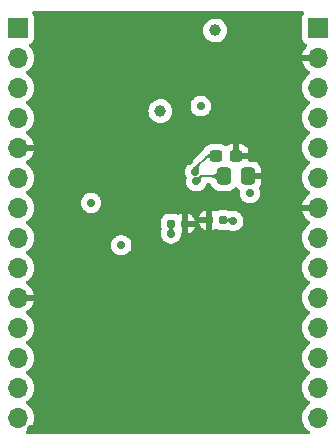
<source format=gbr>
%TF.GenerationSoftware,KiCad,Pcbnew,(6.0.0-0)*%
%TF.CreationDate,2022-01-12T16:50:31+09:00*%
%TF.ProjectId,ADAU1701-RPPico-module,41444155-3137-4303-912d-52505069636f,B*%
%TF.SameCoordinates,Original*%
%TF.FileFunction,Copper,L4,Bot*%
%TF.FilePolarity,Positive*%
%FSLAX46Y46*%
G04 Gerber Fmt 4.6, Leading zero omitted, Abs format (unit mm)*
G04 Created by KiCad (PCBNEW (6.0.0-0)) date 2022-01-12 16:50:31*
%MOMM*%
%LPD*%
G01*
G04 APERTURE LIST*
G04 Aperture macros list*
%AMRoundRect*
0 Rectangle with rounded corners*
0 $1 Rounding radius*
0 $2 $3 $4 $5 $6 $7 $8 $9 X,Y pos of 4 corners*
0 Add a 4 corners polygon primitive as box body*
4,1,4,$2,$3,$4,$5,$6,$7,$8,$9,$2,$3,0*
0 Add four circle primitives for the rounded corners*
1,1,$1+$1,$2,$3*
1,1,$1+$1,$4,$5*
1,1,$1+$1,$6,$7*
1,1,$1+$1,$8,$9*
0 Add four rect primitives between the rounded corners*
20,1,$1+$1,$2,$3,$4,$5,0*
20,1,$1+$1,$4,$5,$6,$7,0*
20,1,$1+$1,$6,$7,$8,$9,0*
20,1,$1+$1,$8,$9,$2,$3,0*%
G04 Aperture macros list end*
%TA.AperFunction,SMDPad,CuDef*%
%ADD10RoundRect,0.237500X0.300000X0.237500X-0.300000X0.237500X-0.300000X-0.237500X0.300000X-0.237500X0*%
%TD*%
%TA.AperFunction,ComponentPad*%
%ADD11R,1.700000X1.700000*%
%TD*%
%TA.AperFunction,ComponentPad*%
%ADD12O,1.700000X1.700000*%
%TD*%
%TA.AperFunction,SMDPad,CuDef*%
%ADD13RoundRect,0.155000X0.212500X0.155000X-0.212500X0.155000X-0.212500X-0.155000X0.212500X-0.155000X0*%
%TD*%
%TA.AperFunction,SMDPad,CuDef*%
%ADD14RoundRect,0.250000X0.337500X0.475000X-0.337500X0.475000X-0.337500X-0.475000X0.337500X-0.475000X0*%
%TD*%
%TA.AperFunction,ViaPad*%
%ADD15C,0.700000*%
%TD*%
%TA.AperFunction,ViaPad*%
%ADD16C,1.000000*%
%TD*%
%TA.AperFunction,Conductor*%
%ADD17C,0.200000*%
%TD*%
G04 APERTURE END LIST*
D10*
%TO.P,C15,1*%
%TO.N,GND*%
X142915000Y-69250000D03*
%TO.P,C15,2*%
%TO.N,Net-(C14-Pad2)*%
X141190000Y-69250000D03*
%TD*%
D11*
%TO.P,J2,1,Pin_1*%
%TO.N,+3V3*%
X149860000Y-58420000D03*
D12*
%TO.P,J2,2,Pin_2*%
%TO.N,GND*%
X149860000Y-60960000D03*
%TO.P,J2,3,Pin_3*%
%TO.N,/1701_VOUT0*%
X149860000Y-63500000D03*
%TO.P,J2,4,Pin_4*%
%TO.N,/1701_VOUT1*%
X149860000Y-66040000D03*
%TO.P,J2,5,Pin_5*%
%TO.N,/1701_VOUT2*%
X149860000Y-68580000D03*
%TO.P,J2,6,Pin_6*%
%TO.N,/1701_VOUT3*%
X149860000Y-71120000D03*
%TO.P,J2,7,Pin_7*%
%TO.N,GND*%
X149860000Y-73660000D03*
%TO.P,J2,8,Pin_8*%
%TO.N,MCLK_In*%
X149860000Y-76200000D03*
%TO.P,J2,9,Pin_9*%
%TO.N,1701_AuxADC1*%
X149860000Y-78740000D03*
%TO.P,J2,10,Pin_10*%
%TO.N,1701_AuxADC2*%
X149860000Y-81280000D03*
%TO.P,J2,11,Pin_11*%
%TO.N,1701_AuxADC3*%
X149860000Y-83820000D03*
%TO.P,J2,12,Pin_12*%
%TO.N,1701_AuxADC0*%
X149860000Y-86360000D03*
%TO.P,J2,13,Pin_13*%
%TO.N,/SCL*%
X149860000Y-88900000D03*
%TO.P,J2,14,Pin_14*%
%TO.N,/SDA*%
X149860000Y-91440000D03*
%TD*%
D13*
%TO.P,C13,1*%
%TO.N,GND*%
X138567500Y-75000000D03*
%TO.P,C13,2*%
%TO.N,+1V8*%
X137432500Y-75000000D03*
%TD*%
D14*
%TO.P,C17,1*%
%TO.N,GND*%
X143945000Y-70990000D03*
%TO.P,C17,2*%
%TO.N,Net-(C16-Pad2)*%
X141870000Y-70990000D03*
%TD*%
D13*
%TO.P,C10,1*%
%TO.N,+3V3*%
X141797500Y-74710000D03*
%TO.P,C10,2*%
%TO.N,GND*%
X140662500Y-74710000D03*
%TD*%
D11*
%TO.P,J1,1,Pin_1*%
%TO.N,/1701_ADC0*%
X124460000Y-58420000D03*
D12*
%TO.P,J1,2,Pin_2*%
%TO.N,/1701_ADC_RES*%
X124460000Y-60960000D03*
%TO.P,J1,3,Pin_3*%
%TO.N,/1701_ADC1*%
X124460000Y-63500000D03*
%TO.P,J1,4,Pin_4*%
%TO.N,/~{RESET}*%
X124460000Y-66040000D03*
%TO.P,J1,5,Pin_5*%
%TO.N,GND*%
X124460000Y-68580000D03*
%TO.P,J1,6,Pin_6*%
%TO.N,1701_In_LRCLK*%
X124460000Y-71120000D03*
%TO.P,J1,7,Pin_7*%
%TO.N,1701_In_BCLK*%
X124460000Y-73660000D03*
%TO.P,J1,8,Pin_8*%
%TO.N,1701_MP1*%
X124460000Y-76200000D03*
%TO.P,J1,9,Pin_9*%
%TO.N,1701_In_SDIN0*%
X124460000Y-78740000D03*
%TO.P,J1,10,Pin_10*%
%TO.N,GND*%
X124460000Y-81280000D03*
%TO.P,J1,11,Pin_11*%
%TO.N,1701_MP7*%
X124460000Y-83820000D03*
%TO.P,J1,12,Pin_12*%
%TO.N,1701_Out_SDOUT0*%
X124460000Y-86360000D03*
%TO.P,J1,13,Pin_13*%
%TO.N,1701_Out_LRCLK*%
X124460000Y-88900000D03*
%TO.P,J1,14,Pin_14*%
%TO.N,1701_Out_BCLK*%
X124460000Y-91440000D03*
%TD*%
D15*
%TO.N,GND*%
X144269400Y-69229800D03*
%TO.N,+3V3*%
X142680000Y-74770000D03*
X133200000Y-76850000D03*
D16*
X141150000Y-58650000D03*
D15*
X144090000Y-72440000D03*
X139923500Y-65060000D03*
%TO.N,GND*%
X125575000Y-92420000D03*
X145768000Y-75148000D03*
X143990000Y-62575000D03*
X133830000Y-92420000D03*
X133750000Y-71750000D03*
X138910000Y-62575000D03*
X148500000Y-62470000D03*
X142540000Y-76620000D03*
X140200000Y-72800000D03*
X147800000Y-57495000D03*
X135850000Y-69800000D03*
X126600000Y-87900000D03*
X141500000Y-81770000D03*
X148700000Y-77500000D03*
X137400000Y-68200000D03*
X147570000Y-69950000D03*
X134465000Y-64480000D03*
X140300000Y-85970000D03*
X134400000Y-79470000D03*
X148400000Y-92500000D03*
X131700000Y-78400000D03*
X127200000Y-77470000D03*
X135050000Y-73050000D03*
X130800000Y-82570000D03*
X128600000Y-67470000D03*
X141200000Y-60070000D03*
X129200000Y-75170000D03*
X137400000Y-71800000D03*
X131900000Y-85370000D03*
X137640000Y-77434000D03*
X139150000Y-77900000D03*
X126210000Y-57495000D03*
X141450000Y-92420000D03*
X138900000Y-69670000D03*
X136200000Y-74100000D03*
X131900000Y-59670000D03*
X132950000Y-67750000D03*
X134465000Y-57495000D03*
X144900000Y-66600000D03*
X145690000Y-77360000D03*
%TO.N,+1V8*%
X137400000Y-75850000D03*
D16*
X136510000Y-65480000D03*
D15*
X130650000Y-73250000D03*
%TO.N,Net-(C14-Pad2)*%
X139450000Y-70600000D03*
%TO.N,Net-(C16-Pad2)*%
X139555522Y-71419739D03*
%TD*%
D17*
%TO.N,Net-(C16-Pad2)*%
X139555522Y-71419739D02*
X139985261Y-70990000D01*
X139985261Y-70990000D02*
X141870000Y-70990000D01*
%TO.N,+3V3*%
X142620000Y-74710000D02*
X141797500Y-74710000D01*
X142680000Y-74770000D02*
X142620000Y-74710000D01*
%TO.N,+1V8*%
X137432500Y-75817500D02*
X137400000Y-75850000D01*
X137432500Y-75000000D02*
X137432500Y-75817500D01*
%TO.N,Net-(C14-Pad2)*%
X139450000Y-70320000D02*
X140520000Y-69250000D01*
X140520000Y-69250000D02*
X141190000Y-69250000D01*
X139450000Y-70600000D02*
X139450000Y-70320000D01*
%TD*%
%TA.AperFunction,Conductor*%
%TO.N,Net-(C16-Pad2)*%
G36*
X140073521Y-70893701D02*
G01*
X140077518Y-70902508D01*
X140077518Y-71079564D01*
X140074091Y-71087837D01*
X140067151Y-71091188D01*
X140015192Y-71097140D01*
X139971235Y-71117363D01*
X139942358Y-71148874D01*
X139925270Y-71189875D01*
X139925158Y-71190509D01*
X139925157Y-71190513D01*
X139916742Y-71238242D01*
X139916684Y-71238571D01*
X139913309Y-71293165D01*
X139913306Y-71293296D01*
X139911860Y-71351695D01*
X139911852Y-71351946D01*
X139909055Y-71412426D01*
X139908982Y-71413297D01*
X139901650Y-71473628D01*
X139901369Y-71475118D01*
X139888345Y-71525978D01*
X139882973Y-71533143D01*
X139877240Y-71534774D01*
X139447235Y-71543180D01*
X139438896Y-71539915D01*
X139435308Y-71531711D01*
X139435686Y-71528525D01*
X139553416Y-71077803D01*
X139558822Y-71070665D01*
X139563830Y-71069095D01*
X139620370Y-71064707D01*
X139645724Y-71058305D01*
X139674002Y-71051165D01*
X139674006Y-71051164D01*
X139674468Y-71051047D01*
X139674902Y-71050858D01*
X139674906Y-71050857D01*
X139720469Y-71031056D01*
X139720470Y-71031056D01*
X139720791Y-71030916D01*
X139762318Y-71006471D01*
X139801982Y-70979900D01*
X139802049Y-70979856D01*
X139842515Y-70953516D01*
X139843314Y-70953041D01*
X139848848Y-70950035D01*
X139887238Y-70929183D01*
X139888603Y-70928552D01*
X139939187Y-70909015D01*
X139940893Y-70908501D01*
X140001380Y-70895220D01*
X140003109Y-70894974D01*
X140049245Y-70891890D01*
X140065038Y-70890834D01*
X140073521Y-70893701D01*
G37*
%TD.AperFunction*%
%TD*%
%TA.AperFunction,Conductor*%
%TO.N,Net-(C16-Pad2)*%
G36*
X141620078Y-70467177D02*
G01*
X141675478Y-70520452D01*
X142071342Y-70901135D01*
X142154981Y-70981567D01*
X142158569Y-70989771D01*
X142154981Y-70998433D01*
X142052638Y-71096851D01*
X141620078Y-71512823D01*
X141611739Y-71516088D01*
X141606397Y-71514678D01*
X141505564Y-71460067D01*
X141504697Y-71459547D01*
X141414724Y-71400236D01*
X141414101Y-71399796D01*
X141336558Y-71341091D01*
X141336340Y-71340921D01*
X141265929Y-71284426D01*
X141197576Y-71231975D01*
X141197385Y-71231850D01*
X141197376Y-71231844D01*
X141166193Y-71211497D01*
X141126073Y-71185317D01*
X141046118Y-71146120D01*
X141045719Y-71145992D01*
X141045714Y-71145990D01*
X140952805Y-71116183D01*
X140952406Y-71116055D01*
X140951996Y-71115985D01*
X140951992Y-71115984D01*
X140839979Y-71096851D01*
X140839980Y-71096851D01*
X140839634Y-71096792D01*
X140713621Y-71090551D01*
X140705528Y-71086719D01*
X140702500Y-71078865D01*
X140702500Y-70901135D01*
X140705927Y-70892862D01*
X140713621Y-70889449D01*
X140839634Y-70883207D01*
X140861999Y-70879387D01*
X140951992Y-70864015D01*
X140951996Y-70864014D01*
X140952406Y-70863944D01*
X140952805Y-70863816D01*
X141045714Y-70834009D01*
X141045719Y-70834007D01*
X141046118Y-70833879D01*
X141126073Y-70794682D01*
X141166193Y-70768502D01*
X141197376Y-70748155D01*
X141197385Y-70748149D01*
X141197576Y-70748024D01*
X141265929Y-70695573D01*
X141336340Y-70639078D01*
X141336558Y-70638908D01*
X141414103Y-70580201D01*
X141414724Y-70579763D01*
X141504697Y-70520452D01*
X141505564Y-70519932D01*
X141606396Y-70465322D01*
X141615303Y-70464395D01*
X141620078Y-70467177D01*
G37*
%TD.AperFunction*%
%TD*%
%TA.AperFunction,Conductor*%
%TO.N,+3V3*%
G36*
X142583760Y-74437061D02*
G01*
X142587858Y-74440539D01*
X142668479Y-74549921D01*
X142845265Y-74789775D01*
X142847415Y-74798467D01*
X142842415Y-74806398D01*
X142483352Y-75049983D01*
X142474582Y-75051792D01*
X142469721Y-75049628D01*
X142423155Y-75014364D01*
X142422746Y-75014040D01*
X142377088Y-74976148D01*
X142376916Y-74976002D01*
X142362811Y-74963829D01*
X142336118Y-74940791D01*
X142297744Y-74908759D01*
X142287543Y-74901227D01*
X142259619Y-74880608D01*
X142259612Y-74880604D01*
X142259384Y-74880435D01*
X142218529Y-74856264D01*
X142218186Y-74856118D01*
X142218179Y-74856114D01*
X142192846Y-74845301D01*
X142190836Y-74844443D01*
X142172672Y-74836690D01*
X142119303Y-74822158D01*
X142055915Y-74813113D01*
X141980000Y-74810000D01*
X141980000Y-74610000D01*
X142066187Y-74607089D01*
X142138381Y-74598866D01*
X142199671Y-74586098D01*
X142211003Y-74582591D01*
X142212793Y-74582037D01*
X142212794Y-74582037D01*
X142252923Y-74569618D01*
X142253146Y-74569549D01*
X142301894Y-74549986D01*
X142349005Y-74528174D01*
X142369653Y-74518269D01*
X142397425Y-74504948D01*
X142397664Y-74504836D01*
X142421492Y-74494061D01*
X142450436Y-74480973D01*
X142450947Y-74480758D01*
X142511068Y-74457035D01*
X142511756Y-74456788D01*
X142574834Y-74436351D01*
X142583760Y-74437061D01*
G37*
%TD.AperFunction*%
%TD*%
%TA.AperFunction,Conductor*%
%TO.N,+3V3*%
G36*
X141940076Y-74434871D02*
G01*
X141943830Y-74436821D01*
X141986136Y-74458799D01*
X141986610Y-74459060D01*
X142032280Y-74485747D01*
X142032541Y-74485906D01*
X142073084Y-74511240D01*
X142110795Y-74534735D01*
X142147905Y-74555853D01*
X142148108Y-74555949D01*
X142148109Y-74555949D01*
X142186508Y-74574012D01*
X142186512Y-74574014D01*
X142186787Y-74574143D01*
X142187073Y-74574243D01*
X142187076Y-74574244D01*
X142195423Y-74577156D01*
X142229815Y-74589154D01*
X142279361Y-74600434D01*
X142337799Y-74607533D01*
X142407500Y-74610000D01*
X142407500Y-74810000D01*
X142337799Y-74812466D01*
X142279361Y-74819565D01*
X142229815Y-74830845D01*
X142190837Y-74844443D01*
X142190836Y-74844443D01*
X142186787Y-74845856D01*
X142186509Y-74845987D01*
X142186506Y-74845988D01*
X142161221Y-74857882D01*
X142147905Y-74864146D01*
X142110795Y-74885264D01*
X142073084Y-74908759D01*
X142032541Y-74934093D01*
X142032280Y-74934252D01*
X141986610Y-74960939D01*
X141986136Y-74961200D01*
X141949507Y-74980230D01*
X141940076Y-74985129D01*
X141931154Y-74985902D01*
X141926572Y-74983179D01*
X141802905Y-74864254D01*
X141651269Y-74718433D01*
X141647681Y-74710229D01*
X141651269Y-74701567D01*
X141748628Y-74607942D01*
X141926572Y-74436821D01*
X141934911Y-74433556D01*
X141940076Y-74434871D01*
G37*
%TD.AperFunction*%
%TD*%
%TA.AperFunction,Conductor*%
%TO.N,+1V8*%
G36*
X137535470Y-75231375D02*
G01*
X137543927Y-75301541D01*
X137557193Y-75360979D01*
X137568279Y-75393917D01*
X137574590Y-75412669D01*
X137595437Y-75459592D01*
X137595529Y-75459767D01*
X137595531Y-75459772D01*
X137619026Y-75504670D01*
X137619056Y-75504727D01*
X137619079Y-75504769D01*
X137619082Y-75504774D01*
X137644745Y-75551014D01*
X137644805Y-75551123D01*
X137671790Y-75601362D01*
X137671998Y-75601771D01*
X137699605Y-75658898D01*
X137699889Y-75659534D01*
X137724466Y-75719211D01*
X137724448Y-75728165D01*
X137721301Y-75732516D01*
X137393136Y-76016302D01*
X137384637Y-76019121D01*
X137376341Y-76014753D01*
X137105582Y-75675730D01*
X137103097Y-75667128D01*
X137104886Y-75662097D01*
X137137501Y-75611435D01*
X137137828Y-75610953D01*
X137173122Y-75561697D01*
X137173308Y-75561446D01*
X137206428Y-75517737D01*
X137206474Y-75517676D01*
X137236789Y-75477044D01*
X137236795Y-75477035D01*
X137236861Y-75476947D01*
X137263990Y-75436561D01*
X137277057Y-75412669D01*
X137287140Y-75394234D01*
X137287142Y-75394229D01*
X137287313Y-75393917D01*
X137289053Y-75389564D01*
X137291697Y-75382951D01*
X137306328Y-75346352D01*
X137320533Y-75291202D01*
X137329424Y-75225806D01*
X137332500Y-75147500D01*
X137532500Y-75147500D01*
X137535470Y-75231375D01*
G37*
%TD.AperFunction*%
%TD*%
%TA.AperFunction,Conductor*%
%TO.N,+1V8*%
G36*
X137440933Y-74853769D02*
G01*
X137705679Y-75129072D01*
X137708944Y-75137411D01*
X137707629Y-75142576D01*
X137683700Y-75188636D01*
X137683439Y-75189110D01*
X137656762Y-75234763D01*
X137656593Y-75235041D01*
X137631259Y-75275584D01*
X137607764Y-75313295D01*
X137586646Y-75350405D01*
X137586550Y-75350608D01*
X137586550Y-75350609D01*
X137568482Y-75389018D01*
X137568479Y-75389026D01*
X137568356Y-75389287D01*
X137568208Y-75389712D01*
X137568165Y-75389833D01*
X137568165Y-75389835D01*
X137553345Y-75432315D01*
X137542065Y-75481861D01*
X137534966Y-75540299D01*
X137532500Y-75610000D01*
X137332500Y-75610000D01*
X137330033Y-75540299D01*
X137322934Y-75481861D01*
X137311654Y-75432315D01*
X137296643Y-75389287D01*
X137278353Y-75350405D01*
X137257235Y-75313295D01*
X137233740Y-75275584D01*
X137208406Y-75235041D01*
X137208237Y-75234763D01*
X137181560Y-75189110D01*
X137181299Y-75188636D01*
X137157371Y-75142576D01*
X137156599Y-75133654D01*
X137159321Y-75129072D01*
X137424067Y-74853769D01*
X137432271Y-74850181D01*
X137440933Y-74853769D01*
G37*
%TD.AperFunction*%
%TD*%
%TA.AperFunction,Conductor*%
%TO.N,Net-(C14-Pad2)*%
G36*
X139705626Y-69939232D02*
G01*
X139831070Y-70064676D01*
X139834497Y-70072949D01*
X139831505Y-70080763D01*
X139798421Y-70117632D01*
X139798417Y-70117637D01*
X139798164Y-70117919D01*
X139769003Y-70160730D01*
X139750060Y-70201803D01*
X139749928Y-70202331D01*
X139749926Y-70202335D01*
X139746055Y-70217757D01*
X139739970Y-70241996D01*
X139737369Y-70282167D01*
X139740892Y-70323173D01*
X139749175Y-70365873D01*
X139749217Y-70366035D01*
X139760848Y-70411104D01*
X139760853Y-70411123D01*
X139774562Y-70459781D01*
X139774591Y-70459887D01*
X139786771Y-70504730D01*
X139785632Y-70513612D01*
X139782144Y-70517414D01*
X139432664Y-70759593D01*
X139426434Y-70763910D01*
X139417682Y-70765805D01*
X139410153Y-70760957D01*
X139409339Y-70759593D01*
X139286295Y-70517414D01*
X139206435Y-70360232D01*
X139205743Y-70351305D01*
X139208748Y-70346509D01*
X139258031Y-70299046D01*
X139258370Y-70298734D01*
X139307654Y-70255001D01*
X139308011Y-70254697D01*
X139353011Y-70217875D01*
X139353304Y-70217643D01*
X139395884Y-70185019D01*
X139396036Y-70184905D01*
X139437933Y-70153868D01*
X139480892Y-70121795D01*
X139526507Y-70086168D01*
X139526508Y-70086168D01*
X139526571Y-70086118D01*
X139542329Y-70072949D01*
X139576649Y-70044266D01*
X139576727Y-70044201D01*
X139633113Y-69993404D01*
X139656696Y-69970576D01*
X139689216Y-69939098D01*
X139697543Y-69935807D01*
X139705626Y-69939232D01*
G37*
%TD.AperFunction*%
%TD*%
%TA.AperFunction,Conductor*%
%TO.N,Net-(C14-Pad2)*%
G36*
X140861683Y-68918553D02*
G01*
X141414162Y-69242187D01*
X141419568Y-69249325D01*
X141418343Y-69258196D01*
X141416359Y-69260714D01*
X141198327Y-69470385D01*
X140989190Y-69671502D01*
X140980851Y-69674767D01*
X140975392Y-69673294D01*
X140970427Y-69670532D01*
X140913998Y-69639142D01*
X140913160Y-69638627D01*
X140849616Y-69595802D01*
X140849223Y-69595525D01*
X140789342Y-69551436D01*
X140732373Y-69509985D01*
X140732366Y-69509980D01*
X140732242Y-69509890D01*
X140732101Y-69509800D01*
X140677317Y-69474899D01*
X140677314Y-69474897D01*
X140676990Y-69474691D01*
X140622465Y-69449507D01*
X140567544Y-69438003D01*
X140566645Y-69438096D01*
X140566643Y-69438096D01*
X140512049Y-69443748D01*
X140512047Y-69443748D01*
X140511105Y-69443846D01*
X140452026Y-69470701D01*
X140451435Y-69471185D01*
X140451436Y-69471185D01*
X140397382Y-69515514D01*
X140388812Y-69518110D01*
X140381690Y-69514740D01*
X140256258Y-69389308D01*
X140252831Y-69381035D01*
X140256478Y-69372547D01*
X140294246Y-69336713D01*
X140323869Y-69308606D01*
X140324355Y-69308172D01*
X140391757Y-69251304D01*
X140392312Y-69250864D01*
X140453133Y-69205549D01*
X140453647Y-69205187D01*
X140509846Y-69167834D01*
X140510189Y-69167614D01*
X140563740Y-69134652D01*
X140563794Y-69134619D01*
X140616496Y-69102574D01*
X140616569Y-69102528D01*
X140669948Y-69068082D01*
X140669957Y-69068076D01*
X140670090Y-69067990D01*
X140726310Y-69027413D01*
X140726464Y-69027286D01*
X140786887Y-68977425D01*
X140786900Y-68977413D01*
X140787040Y-68977298D01*
X140787174Y-68977172D01*
X140787184Y-68977163D01*
X140847748Y-68920130D01*
X140856120Y-68916953D01*
X140861683Y-68918553D01*
G37*
%TD.AperFunction*%
%TD*%
%TA.AperFunction,Conductor*%
%TO.N,GND*%
G36*
X148600674Y-57043002D02*
G01*
X148647167Y-57096658D01*
X148657271Y-57166932D01*
X148633379Y-57224565D01*
X148559385Y-57323295D01*
X148508255Y-57459684D01*
X148501500Y-57521866D01*
X148501500Y-59318134D01*
X148508255Y-59380316D01*
X148559385Y-59516705D01*
X148646739Y-59633261D01*
X148763295Y-59720615D01*
X148771704Y-59723767D01*
X148771705Y-59723768D01*
X148880960Y-59764726D01*
X148937725Y-59807367D01*
X148962425Y-59873929D01*
X148947218Y-59943278D01*
X148927825Y-59969759D01*
X148804590Y-60098717D01*
X148798104Y-60106727D01*
X148678098Y-60282649D01*
X148673000Y-60291623D01*
X148583338Y-60484783D01*
X148579775Y-60494470D01*
X148524389Y-60694183D01*
X148525912Y-60702607D01*
X148538292Y-60706000D01*
X149988000Y-60706000D01*
X150056121Y-60726002D01*
X150102614Y-60779658D01*
X150114000Y-60832000D01*
X150114000Y-61088000D01*
X150093998Y-61156121D01*
X150040342Y-61202614D01*
X149988000Y-61214000D01*
X148543225Y-61214000D01*
X148529694Y-61217973D01*
X148528257Y-61227966D01*
X148558565Y-61362446D01*
X148561645Y-61372275D01*
X148641770Y-61569603D01*
X148646413Y-61578794D01*
X148757694Y-61760388D01*
X148763777Y-61768699D01*
X148903213Y-61929667D01*
X148910580Y-61936883D01*
X149074434Y-62072916D01*
X149082881Y-62078831D01*
X149151969Y-62119203D01*
X149200693Y-62170842D01*
X149213764Y-62240625D01*
X149187033Y-62306396D01*
X149146584Y-62339752D01*
X149133607Y-62346507D01*
X149129474Y-62349610D01*
X149129471Y-62349612D01*
X149105247Y-62367800D01*
X148954965Y-62480635D01*
X148800629Y-62642138D01*
X148674743Y-62826680D01*
X148580688Y-63029305D01*
X148520989Y-63244570D01*
X148497251Y-63466695D01*
X148497548Y-63471848D01*
X148497548Y-63471851D01*
X148503011Y-63566590D01*
X148510110Y-63689715D01*
X148511247Y-63694761D01*
X148511248Y-63694767D01*
X148531119Y-63782939D01*
X148559222Y-63907639D01*
X148643266Y-64114616D01*
X148681828Y-64177543D01*
X148757291Y-64300688D01*
X148759987Y-64305088D01*
X148906250Y-64473938D01*
X149078126Y-64616632D01*
X149117893Y-64639870D01*
X149151445Y-64659476D01*
X149200169Y-64711114D01*
X149213240Y-64780897D01*
X149186509Y-64846669D01*
X149146055Y-64880027D01*
X149133607Y-64886507D01*
X149129474Y-64889610D01*
X149129471Y-64889612D01*
X148959100Y-65017530D01*
X148954965Y-65020635D01*
X148800629Y-65182138D01*
X148674743Y-65366680D01*
X148659003Y-65400590D01*
X148584230Y-65561675D01*
X148580688Y-65569305D01*
X148520989Y-65784570D01*
X148497251Y-66006695D01*
X148497548Y-66011848D01*
X148497548Y-66011851D01*
X148503011Y-66106590D01*
X148510110Y-66229715D01*
X148511247Y-66234761D01*
X148511248Y-66234767D01*
X148529362Y-66315141D01*
X148559222Y-66447639D01*
X148643266Y-66654616D01*
X148681828Y-66717543D01*
X148757291Y-66840688D01*
X148759987Y-66845088D01*
X148906250Y-67013938D01*
X149078126Y-67156632D01*
X149148595Y-67197811D01*
X149151445Y-67199476D01*
X149200169Y-67251114D01*
X149213240Y-67320897D01*
X149186509Y-67386669D01*
X149146055Y-67420027D01*
X149133607Y-67426507D01*
X149129474Y-67429610D01*
X149129471Y-67429612D01*
X149105247Y-67447800D01*
X148954965Y-67560635D01*
X148800629Y-67722138D01*
X148674743Y-67906680D01*
X148580688Y-68109305D01*
X148520989Y-68324570D01*
X148497251Y-68546695D01*
X148497548Y-68551848D01*
X148497548Y-68551851D01*
X148499171Y-68580000D01*
X148510110Y-68769715D01*
X148511247Y-68774761D01*
X148511248Y-68774767D01*
X148531096Y-68862837D01*
X148559222Y-68987639D01*
X148643266Y-69194616D01*
X148759987Y-69385088D01*
X148906250Y-69553938D01*
X149053610Y-69676279D01*
X149062121Y-69683344D01*
X149078126Y-69696632D01*
X149113345Y-69717212D01*
X149151445Y-69739476D01*
X149200169Y-69791114D01*
X149213240Y-69860897D01*
X149186509Y-69926669D01*
X149146055Y-69960027D01*
X149133607Y-69966507D01*
X149129474Y-69969610D01*
X149129471Y-69969612D01*
X149026143Y-70047193D01*
X148954965Y-70100635D01*
X148951393Y-70104373D01*
X148868559Y-70191054D01*
X148800629Y-70262138D01*
X148674743Y-70446680D01*
X148659003Y-70480590D01*
X148603575Y-70600000D01*
X148580688Y-70649305D01*
X148520989Y-70864570D01*
X148497251Y-71086695D01*
X148497548Y-71091848D01*
X148497548Y-71091851D01*
X148506321Y-71244000D01*
X148510110Y-71309715D01*
X148511247Y-71314761D01*
X148511248Y-71314767D01*
X148531119Y-71402939D01*
X148559222Y-71527639D01*
X148643266Y-71734616D01*
X148679508Y-71793757D01*
X148757291Y-71920688D01*
X148759987Y-71925088D01*
X148906250Y-72093938D01*
X149078126Y-72236632D01*
X149119014Y-72260525D01*
X149151955Y-72279774D01*
X149200679Y-72331412D01*
X149213750Y-72401195D01*
X149187019Y-72466967D01*
X149146562Y-72500327D01*
X149138457Y-72504546D01*
X149129738Y-72510036D01*
X148959433Y-72637905D01*
X148951726Y-72644748D01*
X148804590Y-72798717D01*
X148798104Y-72806727D01*
X148678098Y-72982649D01*
X148673000Y-72991623D01*
X148583338Y-73184783D01*
X148579775Y-73194470D01*
X148524389Y-73394183D01*
X148525912Y-73402607D01*
X148538292Y-73406000D01*
X149988000Y-73406000D01*
X150056121Y-73426002D01*
X150102614Y-73479658D01*
X150114000Y-73532000D01*
X150114000Y-73788000D01*
X150093998Y-73856121D01*
X150040342Y-73902614D01*
X149988000Y-73914000D01*
X148543225Y-73914000D01*
X148529694Y-73917973D01*
X148528257Y-73927966D01*
X148558565Y-74062446D01*
X148561645Y-74072275D01*
X148641770Y-74269603D01*
X148646413Y-74278794D01*
X148757694Y-74460388D01*
X148763777Y-74468699D01*
X148903213Y-74629667D01*
X148910580Y-74636883D01*
X149074434Y-74772916D01*
X149082881Y-74778831D01*
X149151969Y-74819203D01*
X149200693Y-74870842D01*
X149213764Y-74940625D01*
X149187033Y-75006396D01*
X149146584Y-75039752D01*
X149133607Y-75046507D01*
X149129474Y-75049610D01*
X149129471Y-75049612D01*
X148959100Y-75177530D01*
X148954965Y-75180635D01*
X148951393Y-75184373D01*
X148857059Y-75283088D01*
X148800629Y-75342138D01*
X148674743Y-75526680D01*
X148580688Y-75729305D01*
X148520989Y-75944570D01*
X148497251Y-76166695D01*
X148497548Y-76171848D01*
X148497548Y-76171851D01*
X148507917Y-76351675D01*
X148510110Y-76389715D01*
X148511247Y-76394761D01*
X148511248Y-76394767D01*
X148531119Y-76482939D01*
X148559222Y-76607639D01*
X148643266Y-76814616D01*
X148681828Y-76877543D01*
X148757291Y-77000688D01*
X148759987Y-77005088D01*
X148906250Y-77173938D01*
X149078126Y-77316632D01*
X149138095Y-77351675D01*
X149151445Y-77359476D01*
X149200169Y-77411114D01*
X149213240Y-77480897D01*
X149186509Y-77546669D01*
X149146055Y-77580027D01*
X149133607Y-77586507D01*
X149129474Y-77589610D01*
X149129471Y-77589612D01*
X148971127Y-77708500D01*
X148954965Y-77720635D01*
X148800629Y-77882138D01*
X148674743Y-78066680D01*
X148580688Y-78269305D01*
X148520989Y-78484570D01*
X148497251Y-78706695D01*
X148497548Y-78711848D01*
X148497548Y-78711851D01*
X148503011Y-78806590D01*
X148510110Y-78929715D01*
X148511247Y-78934761D01*
X148511248Y-78934767D01*
X148531119Y-79022939D01*
X148559222Y-79147639D01*
X148643266Y-79354616D01*
X148681828Y-79417543D01*
X148757291Y-79540688D01*
X148759987Y-79545088D01*
X148906250Y-79713938D01*
X149078126Y-79856632D01*
X149148595Y-79897811D01*
X149151445Y-79899476D01*
X149200169Y-79951114D01*
X149213240Y-80020897D01*
X149186509Y-80086669D01*
X149146055Y-80120027D01*
X149133607Y-80126507D01*
X149129474Y-80129610D01*
X149129471Y-80129612D01*
X149105247Y-80147800D01*
X148954965Y-80260635D01*
X148800629Y-80422138D01*
X148674743Y-80606680D01*
X148580688Y-80809305D01*
X148520989Y-81024570D01*
X148497251Y-81246695D01*
X148510110Y-81469715D01*
X148511247Y-81474761D01*
X148511248Y-81474767D01*
X148524597Y-81534000D01*
X148559222Y-81687639D01*
X148643266Y-81894616D01*
X148759987Y-82085088D01*
X148906250Y-82253938D01*
X149078126Y-82396632D01*
X149148595Y-82437811D01*
X149151445Y-82439476D01*
X149200169Y-82491114D01*
X149213240Y-82560897D01*
X149186509Y-82626669D01*
X149146055Y-82660027D01*
X149133607Y-82666507D01*
X149129474Y-82669610D01*
X149129471Y-82669612D01*
X149105247Y-82687800D01*
X148954965Y-82800635D01*
X148800629Y-82962138D01*
X148674743Y-83146680D01*
X148580688Y-83349305D01*
X148520989Y-83564570D01*
X148497251Y-83786695D01*
X148497548Y-83791848D01*
X148497548Y-83791851D01*
X148503011Y-83886590D01*
X148510110Y-84009715D01*
X148511247Y-84014761D01*
X148511248Y-84014767D01*
X148531119Y-84102939D01*
X148559222Y-84227639D01*
X148643266Y-84434616D01*
X148681828Y-84497543D01*
X148757291Y-84620688D01*
X148759987Y-84625088D01*
X148906250Y-84793938D01*
X149078126Y-84936632D01*
X149148595Y-84977811D01*
X149151445Y-84979476D01*
X149200169Y-85031114D01*
X149213240Y-85100897D01*
X149186509Y-85166669D01*
X149146055Y-85200027D01*
X149133607Y-85206507D01*
X149129474Y-85209610D01*
X149129471Y-85209612D01*
X149105247Y-85227800D01*
X148954965Y-85340635D01*
X148800629Y-85502138D01*
X148674743Y-85686680D01*
X148580688Y-85889305D01*
X148520989Y-86104570D01*
X148497251Y-86326695D01*
X148497548Y-86331848D01*
X148497548Y-86331851D01*
X148503011Y-86426590D01*
X148510110Y-86549715D01*
X148511247Y-86554761D01*
X148511248Y-86554767D01*
X148531119Y-86642939D01*
X148559222Y-86767639D01*
X148643266Y-86974616D01*
X148681828Y-87037543D01*
X148757291Y-87160688D01*
X148759987Y-87165088D01*
X148906250Y-87333938D01*
X149078126Y-87476632D01*
X149148595Y-87517811D01*
X149151445Y-87519476D01*
X149200169Y-87571114D01*
X149213240Y-87640897D01*
X149186509Y-87706669D01*
X149146055Y-87740027D01*
X149133607Y-87746507D01*
X149129474Y-87749610D01*
X149129471Y-87749612D01*
X149105247Y-87767800D01*
X148954965Y-87880635D01*
X148800629Y-88042138D01*
X148674743Y-88226680D01*
X148580688Y-88429305D01*
X148520989Y-88644570D01*
X148497251Y-88866695D01*
X148497548Y-88871848D01*
X148497548Y-88871851D01*
X148503011Y-88966590D01*
X148510110Y-89089715D01*
X148511247Y-89094761D01*
X148511248Y-89094767D01*
X148531119Y-89182939D01*
X148559222Y-89307639D01*
X148643266Y-89514616D01*
X148681828Y-89577543D01*
X148757291Y-89700688D01*
X148759987Y-89705088D01*
X148906250Y-89873938D01*
X149078126Y-90016632D01*
X149148595Y-90057811D01*
X149151445Y-90059476D01*
X149200169Y-90111114D01*
X149213240Y-90180897D01*
X149186509Y-90246669D01*
X149146055Y-90280027D01*
X149133607Y-90286507D01*
X149129474Y-90289610D01*
X149129471Y-90289612D01*
X149105247Y-90307800D01*
X148954965Y-90420635D01*
X148800629Y-90582138D01*
X148674743Y-90766680D01*
X148580688Y-90969305D01*
X148520989Y-91184570D01*
X148497251Y-91406695D01*
X148497548Y-91411848D01*
X148497548Y-91411851D01*
X148503011Y-91506590D01*
X148510110Y-91629715D01*
X148511247Y-91634761D01*
X148511248Y-91634767D01*
X148531119Y-91722939D01*
X148559222Y-91847639D01*
X148643266Y-92054616D01*
X148681828Y-92117543D01*
X148757291Y-92240688D01*
X148759987Y-92245088D01*
X148906250Y-92413938D01*
X149078126Y-92556632D01*
X149139744Y-92592639D01*
X149156127Y-92602212D01*
X149204851Y-92653851D01*
X149217922Y-92723634D01*
X149191191Y-92789405D01*
X149133144Y-92830284D01*
X149092557Y-92837000D01*
X125234632Y-92837000D01*
X125166511Y-92816998D01*
X125120018Y-92763342D01*
X125109914Y-92693068D01*
X125139408Y-92628488D01*
X125161464Y-92608421D01*
X125186618Y-92590479D01*
X125339860Y-92481173D01*
X125498096Y-92323489D01*
X125557594Y-92240689D01*
X125625435Y-92146277D01*
X125628453Y-92142077D01*
X125640579Y-92117543D01*
X125725136Y-91946453D01*
X125725137Y-91946451D01*
X125727430Y-91941811D01*
X125792370Y-91728069D01*
X125821529Y-91506590D01*
X125823156Y-91440000D01*
X125804852Y-91217361D01*
X125750431Y-91000702D01*
X125661354Y-90795840D01*
X125540014Y-90608277D01*
X125389670Y-90443051D01*
X125385619Y-90439852D01*
X125385615Y-90439848D01*
X125218414Y-90307800D01*
X125218410Y-90307798D01*
X125214359Y-90304598D01*
X125173053Y-90281796D01*
X125123084Y-90231364D01*
X125108312Y-90161921D01*
X125133428Y-90095516D01*
X125160780Y-90068909D01*
X125204603Y-90037650D01*
X125339860Y-89941173D01*
X125498096Y-89783489D01*
X125557594Y-89700689D01*
X125625435Y-89606277D01*
X125628453Y-89602077D01*
X125640579Y-89577543D01*
X125725136Y-89406453D01*
X125725137Y-89406451D01*
X125727430Y-89401811D01*
X125792370Y-89188069D01*
X125821529Y-88966590D01*
X125823156Y-88900000D01*
X125804852Y-88677361D01*
X125750431Y-88460702D01*
X125661354Y-88255840D01*
X125540014Y-88068277D01*
X125389670Y-87903051D01*
X125385619Y-87899852D01*
X125385615Y-87899848D01*
X125218414Y-87767800D01*
X125218410Y-87767798D01*
X125214359Y-87764598D01*
X125173053Y-87741796D01*
X125123084Y-87691364D01*
X125108312Y-87621921D01*
X125133428Y-87555516D01*
X125160780Y-87528909D01*
X125204603Y-87497650D01*
X125339860Y-87401173D01*
X125498096Y-87243489D01*
X125557594Y-87160689D01*
X125625435Y-87066277D01*
X125628453Y-87062077D01*
X125640579Y-87037543D01*
X125725136Y-86866453D01*
X125725137Y-86866451D01*
X125727430Y-86861811D01*
X125792370Y-86648069D01*
X125821529Y-86426590D01*
X125823156Y-86360000D01*
X125804852Y-86137361D01*
X125750431Y-85920702D01*
X125661354Y-85715840D01*
X125540014Y-85528277D01*
X125389670Y-85363051D01*
X125385619Y-85359852D01*
X125385615Y-85359848D01*
X125218414Y-85227800D01*
X125218410Y-85227798D01*
X125214359Y-85224598D01*
X125173053Y-85201796D01*
X125123084Y-85151364D01*
X125108312Y-85081921D01*
X125133428Y-85015516D01*
X125160780Y-84988909D01*
X125204603Y-84957650D01*
X125339860Y-84861173D01*
X125498096Y-84703489D01*
X125557594Y-84620689D01*
X125625435Y-84526277D01*
X125628453Y-84522077D01*
X125640579Y-84497543D01*
X125725136Y-84326453D01*
X125725137Y-84326451D01*
X125727430Y-84321811D01*
X125792370Y-84108069D01*
X125821529Y-83886590D01*
X125823156Y-83820000D01*
X125804852Y-83597361D01*
X125750431Y-83380702D01*
X125661354Y-83175840D01*
X125540014Y-82988277D01*
X125389670Y-82823051D01*
X125385619Y-82819852D01*
X125385615Y-82819848D01*
X125218414Y-82687800D01*
X125218410Y-82687798D01*
X125214359Y-82684598D01*
X125172569Y-82661529D01*
X125122598Y-82611097D01*
X125107826Y-82541654D01*
X125132942Y-82475248D01*
X125160294Y-82448641D01*
X125335328Y-82323792D01*
X125343200Y-82317139D01*
X125494052Y-82166812D01*
X125500730Y-82158965D01*
X125625003Y-81986020D01*
X125630313Y-81977183D01*
X125724670Y-81786267D01*
X125728469Y-81776672D01*
X125790377Y-81572910D01*
X125792555Y-81562837D01*
X125793986Y-81551962D01*
X125791775Y-81537778D01*
X125778617Y-81534000D01*
X124332000Y-81534000D01*
X124263879Y-81513998D01*
X124217386Y-81460342D01*
X124206000Y-81408000D01*
X124206000Y-81152000D01*
X124226002Y-81083879D01*
X124279658Y-81037386D01*
X124332000Y-81026000D01*
X125778344Y-81026000D01*
X125791875Y-81022027D01*
X125793180Y-81012947D01*
X125751214Y-80845875D01*
X125747894Y-80836124D01*
X125662972Y-80640814D01*
X125658105Y-80631739D01*
X125542426Y-80452926D01*
X125536136Y-80444757D01*
X125392806Y-80287240D01*
X125385273Y-80280215D01*
X125218139Y-80148222D01*
X125209556Y-80142520D01*
X125172602Y-80122120D01*
X125122631Y-80071687D01*
X125107859Y-80002245D01*
X125132975Y-79935839D01*
X125160327Y-79909232D01*
X125183797Y-79892491D01*
X125339860Y-79781173D01*
X125498096Y-79623489D01*
X125557594Y-79540689D01*
X125625435Y-79446277D01*
X125628453Y-79442077D01*
X125640579Y-79417543D01*
X125725136Y-79246453D01*
X125725137Y-79246451D01*
X125727430Y-79241811D01*
X125792370Y-79028069D01*
X125821529Y-78806590D01*
X125823156Y-78740000D01*
X125804852Y-78517361D01*
X125750431Y-78300702D01*
X125661354Y-78095840D01*
X125540014Y-77908277D01*
X125389670Y-77743051D01*
X125385619Y-77739852D01*
X125385615Y-77739848D01*
X125218414Y-77607800D01*
X125218410Y-77607798D01*
X125214359Y-77604598D01*
X125173053Y-77581796D01*
X125123084Y-77531364D01*
X125108312Y-77461921D01*
X125133428Y-77395516D01*
X125160780Y-77368909D01*
X125204603Y-77337650D01*
X125339860Y-77241173D01*
X125498096Y-77083489D01*
X125541626Y-77022911D01*
X125625435Y-76906277D01*
X125628453Y-76902077D01*
X125640579Y-76877543D01*
X125654191Y-76850000D01*
X132336771Y-76850000D01*
X132337461Y-76856565D01*
X132338060Y-76862259D01*
X132355635Y-77029475D01*
X132411401Y-77201107D01*
X132501633Y-77357393D01*
X132506051Y-77362300D01*
X132506052Y-77362301D01*
X132595750Y-77461921D01*
X132622387Y-77491504D01*
X132627729Y-77495385D01*
X132627731Y-77495387D01*
X132763043Y-77593697D01*
X132768385Y-77597578D01*
X132774413Y-77600262D01*
X132774415Y-77600263D01*
X132927217Y-77668295D01*
X132933248Y-77670980D01*
X133021508Y-77689740D01*
X133103311Y-77707128D01*
X133103315Y-77707128D01*
X133109768Y-77708500D01*
X133290232Y-77708500D01*
X133296685Y-77707128D01*
X133296689Y-77707128D01*
X133378492Y-77689740D01*
X133466752Y-77670980D01*
X133472783Y-77668295D01*
X133625585Y-77600263D01*
X133625587Y-77600262D01*
X133631615Y-77597578D01*
X133636957Y-77593697D01*
X133772269Y-77495387D01*
X133772271Y-77495385D01*
X133777613Y-77491504D01*
X133804250Y-77461921D01*
X133893948Y-77362301D01*
X133893949Y-77362300D01*
X133898367Y-77357393D01*
X133988599Y-77201107D01*
X134044365Y-77029475D01*
X134061941Y-76862259D01*
X134062539Y-76856565D01*
X134063229Y-76850000D01*
X134044365Y-76670525D01*
X133988599Y-76498893D01*
X133898367Y-76342607D01*
X133777613Y-76208496D01*
X133765920Y-76200000D01*
X133636957Y-76106303D01*
X133636956Y-76106302D01*
X133631615Y-76102422D01*
X133625587Y-76099738D01*
X133625585Y-76099737D01*
X133472783Y-76031705D01*
X133472781Y-76031705D01*
X133466752Y-76029020D01*
X133378492Y-76010260D01*
X133296689Y-75992872D01*
X133296685Y-75992872D01*
X133290232Y-75991500D01*
X133109768Y-75991500D01*
X133103315Y-75992872D01*
X133103311Y-75992872D01*
X133021508Y-76010260D01*
X132933248Y-76029020D01*
X132927219Y-76031704D01*
X132927217Y-76031705D01*
X132774416Y-76099737D01*
X132774414Y-76099738D01*
X132768386Y-76102422D01*
X132763045Y-76106302D01*
X132763044Y-76106303D01*
X132627731Y-76204613D01*
X132627729Y-76204615D01*
X132622387Y-76208496D01*
X132501633Y-76342607D01*
X132411401Y-76498893D01*
X132355635Y-76670525D01*
X132336771Y-76850000D01*
X125654191Y-76850000D01*
X125725136Y-76706453D01*
X125725137Y-76706451D01*
X125727430Y-76701811D01*
X125787172Y-76505178D01*
X125790865Y-76493023D01*
X125790865Y-76493021D01*
X125792370Y-76488069D01*
X125821529Y-76266590D01*
X125821611Y-76263240D01*
X125823074Y-76203365D01*
X125823074Y-76203361D01*
X125823156Y-76200000D01*
X125804852Y-75977361D01*
X125772861Y-75850000D01*
X136536771Y-75850000D01*
X136555635Y-76029475D01*
X136611401Y-76201107D01*
X136701633Y-76357393D01*
X136706051Y-76362300D01*
X136706052Y-76362301D01*
X136730736Y-76389715D01*
X136822387Y-76491504D01*
X136827729Y-76495385D01*
X136827731Y-76495387D01*
X136963043Y-76593697D01*
X136968385Y-76597578D01*
X136974413Y-76600262D01*
X136974415Y-76600263D01*
X137118123Y-76664246D01*
X137133248Y-76670980D01*
X137221508Y-76689740D01*
X137303311Y-76707128D01*
X137303315Y-76707128D01*
X137309768Y-76708500D01*
X137490232Y-76708500D01*
X137496685Y-76707128D01*
X137496689Y-76707128D01*
X137578492Y-76689740D01*
X137666752Y-76670980D01*
X137681877Y-76664246D01*
X137825585Y-76600263D01*
X137825587Y-76600262D01*
X137831615Y-76597578D01*
X137836957Y-76593697D01*
X137972269Y-76495387D01*
X137972271Y-76495385D01*
X137977613Y-76491504D01*
X138069264Y-76389715D01*
X138093948Y-76362301D01*
X138093949Y-76362300D01*
X138098367Y-76357393D01*
X138188599Y-76201107D01*
X138244365Y-76029475D01*
X138256908Y-75910138D01*
X138286993Y-75840797D01*
X138311829Y-75812135D01*
X138313500Y-75804452D01*
X138313500Y-75799885D01*
X138821500Y-75799885D01*
X138825975Y-75815124D01*
X138827365Y-75816329D01*
X138834186Y-75817813D01*
X138835888Y-75817734D01*
X138895046Y-75812298D01*
X138908096Y-75809685D01*
X139047589Y-75765971D01*
X139061334Y-75759765D01*
X139185604Y-75684504D01*
X139197473Y-75675197D01*
X139300197Y-75572473D01*
X139309504Y-75560604D01*
X139384765Y-75436334D01*
X139390971Y-75422589D01*
X139434687Y-75283088D01*
X139437009Y-75271497D01*
X139434194Y-75257165D01*
X139422298Y-75254000D01*
X138839615Y-75254000D01*
X138824376Y-75258475D01*
X138823171Y-75259865D01*
X138821500Y-75267548D01*
X138821500Y-75799885D01*
X138313500Y-75799885D01*
X138313500Y-74980302D01*
X139792752Y-74980302D01*
X139795313Y-74993088D01*
X139839029Y-75132589D01*
X139845235Y-75146334D01*
X139920496Y-75270604D01*
X139929803Y-75282473D01*
X140032527Y-75385197D01*
X140044396Y-75394504D01*
X140168666Y-75469765D01*
X140182411Y-75475971D01*
X140321904Y-75519685D01*
X140334954Y-75522298D01*
X140391962Y-75527537D01*
X140405624Y-75523525D01*
X140406829Y-75522135D01*
X140408500Y-75514452D01*
X140408500Y-75509885D01*
X140916500Y-75509885D01*
X140920975Y-75525124D01*
X140922365Y-75526329D01*
X140929186Y-75527813D01*
X140930888Y-75527734D01*
X140990046Y-75522298D01*
X141003096Y-75519685D01*
X141142589Y-75475971D01*
X141156331Y-75469766D01*
X141164243Y-75464974D01*
X141232872Y-75446793D01*
X141294791Y-75464973D01*
X141309955Y-75474157D01*
X141317202Y-75476428D01*
X141317204Y-75476429D01*
X141377320Y-75495268D01*
X141463199Y-75522181D01*
X141531968Y-75528500D01*
X142063032Y-75528500D01*
X142131801Y-75522181D01*
X142146489Y-75517578D01*
X142160859Y-75513075D01*
X142231844Y-75511791D01*
X142249785Y-75518201D01*
X142413248Y-75590980D01*
X142501508Y-75609740D01*
X142583311Y-75627128D01*
X142583315Y-75627128D01*
X142589768Y-75628500D01*
X142770232Y-75628500D01*
X142776685Y-75627128D01*
X142776689Y-75627128D01*
X142858492Y-75609740D01*
X142946752Y-75590980D01*
X142952783Y-75588295D01*
X143105585Y-75520263D01*
X143105587Y-75520262D01*
X143111615Y-75517578D01*
X143119580Y-75511791D01*
X143252269Y-75415387D01*
X143252271Y-75415385D01*
X143257613Y-75411504D01*
X143272920Y-75394504D01*
X143373948Y-75282301D01*
X143373949Y-75282300D01*
X143378367Y-75277393D01*
X143468599Y-75121107D01*
X143505782Y-75006669D01*
X143522325Y-74955754D01*
X143522325Y-74955753D01*
X143524365Y-74949475D01*
X143543229Y-74770000D01*
X143524365Y-74590525D01*
X143517682Y-74569955D01*
X143471302Y-74427212D01*
X143468599Y-74418893D01*
X143378367Y-74262607D01*
X143309818Y-74186475D01*
X143262035Y-74133407D01*
X143262034Y-74133406D01*
X143257613Y-74128496D01*
X143178450Y-74070980D01*
X143116957Y-74026303D01*
X143116956Y-74026302D01*
X143111615Y-74022422D01*
X143105587Y-74019738D01*
X143105585Y-74019737D01*
X142952783Y-73951705D01*
X142952781Y-73951705D01*
X142946752Y-73949020D01*
X142858492Y-73930260D01*
X142776689Y-73912872D01*
X142776685Y-73912872D01*
X142770232Y-73911500D01*
X142589768Y-73911500D01*
X142583315Y-73912872D01*
X142583311Y-73912872D01*
X142501508Y-73930260D01*
X142413248Y-73949020D01*
X142402568Y-73953775D01*
X142332203Y-73963213D01*
X142299224Y-73951232D01*
X142298469Y-73952905D01*
X142291540Y-73949776D01*
X142285045Y-73945843D01*
X142277798Y-73943572D01*
X142277796Y-73943571D01*
X142183434Y-73914000D01*
X142131801Y-73897819D01*
X142063032Y-73891500D01*
X141531968Y-73891500D01*
X141463199Y-73897819D01*
X141411566Y-73914000D01*
X141317204Y-73943571D01*
X141317202Y-73943572D01*
X141309955Y-73945843D01*
X141303456Y-73949779D01*
X141294790Y-73955027D01*
X141226161Y-73973207D01*
X141164243Y-73955026D01*
X141156331Y-73950234D01*
X141142589Y-73944029D01*
X141003096Y-73900315D01*
X140990046Y-73897702D01*
X140933038Y-73892463D01*
X140919376Y-73896475D01*
X140918171Y-73897865D01*
X140916500Y-73905548D01*
X140916500Y-75509885D01*
X140408500Y-75509885D01*
X140408500Y-74982115D01*
X140404025Y-74966876D01*
X140402635Y-74965671D01*
X140394952Y-74964000D01*
X139809342Y-74964000D01*
X139794797Y-74968271D01*
X139792752Y-74980302D01*
X138313500Y-74980302D01*
X138313500Y-74727885D01*
X138821500Y-74727885D01*
X138825975Y-74743124D01*
X138827365Y-74744329D01*
X138835048Y-74746000D01*
X139420658Y-74746000D01*
X139435203Y-74741729D01*
X139437248Y-74729698D01*
X139434687Y-74716912D01*
X139390971Y-74577411D01*
X139384765Y-74563666D01*
X139309504Y-74439396D01*
X139308804Y-74438503D01*
X139792991Y-74438503D01*
X139795806Y-74452835D01*
X139807702Y-74456000D01*
X140390385Y-74456000D01*
X140405624Y-74451525D01*
X140406829Y-74450135D01*
X140408500Y-74442452D01*
X140408500Y-73910115D01*
X140404025Y-73894876D01*
X140402635Y-73893671D01*
X140395814Y-73892187D01*
X140394112Y-73892266D01*
X140334954Y-73897702D01*
X140321904Y-73900315D01*
X140182411Y-73944029D01*
X140168666Y-73950235D01*
X140044396Y-74025496D01*
X140032527Y-74034803D01*
X139929803Y-74137527D01*
X139920496Y-74149396D01*
X139845235Y-74273666D01*
X139839029Y-74287411D01*
X139795313Y-74426912D01*
X139792991Y-74438503D01*
X139308804Y-74438503D01*
X139300197Y-74427527D01*
X139197473Y-74324803D01*
X139185604Y-74315496D01*
X139061334Y-74240235D01*
X139047589Y-74234029D01*
X138908096Y-74190315D01*
X138895046Y-74187702D01*
X138838038Y-74182463D01*
X138824376Y-74186475D01*
X138823171Y-74187865D01*
X138821500Y-74195548D01*
X138821500Y-74727885D01*
X138313500Y-74727885D01*
X138313500Y-74200115D01*
X138309025Y-74184876D01*
X138307635Y-74183671D01*
X138300814Y-74182187D01*
X138299112Y-74182266D01*
X138239954Y-74187702D01*
X138226904Y-74190315D01*
X138087411Y-74234029D01*
X138073669Y-74240234D01*
X138065757Y-74245026D01*
X137997128Y-74263207D01*
X137935210Y-74245027D01*
X137926544Y-74239779D01*
X137926542Y-74239778D01*
X137920045Y-74235843D01*
X137912798Y-74233572D01*
X137912796Y-74233571D01*
X137806037Y-74200115D01*
X137766801Y-74187819D01*
X137698032Y-74181500D01*
X137166968Y-74181500D01*
X137098199Y-74187819D01*
X137058963Y-74200115D01*
X136952204Y-74233571D01*
X136952202Y-74233572D01*
X136944955Y-74235843D01*
X136807590Y-74319034D01*
X136694034Y-74432590D01*
X136610843Y-74569955D01*
X136608572Y-74577202D01*
X136608571Y-74577204D01*
X136592130Y-74629667D01*
X136562819Y-74723199D01*
X136556500Y-74791968D01*
X136556500Y-75208032D01*
X136562819Y-75276801D01*
X136610075Y-75427594D01*
X136609674Y-75504208D01*
X136555635Y-75670525D01*
X136536771Y-75850000D01*
X125772861Y-75850000D01*
X125750431Y-75760702D01*
X125661354Y-75555840D01*
X125602570Y-75464974D01*
X125542822Y-75372617D01*
X125542820Y-75372614D01*
X125540014Y-75368277D01*
X125389670Y-75203051D01*
X125385619Y-75199852D01*
X125385615Y-75199848D01*
X125218414Y-75067800D01*
X125218410Y-75067798D01*
X125214359Y-75064598D01*
X125173053Y-75041796D01*
X125123084Y-74991364D01*
X125108312Y-74921921D01*
X125133428Y-74855516D01*
X125160780Y-74828909D01*
X125216622Y-74789077D01*
X125339860Y-74701173D01*
X125498096Y-74543489D01*
X125564179Y-74451525D01*
X125625435Y-74366277D01*
X125628453Y-74362077D01*
X125654661Y-74309050D01*
X125725136Y-74166453D01*
X125725137Y-74166451D01*
X125727430Y-74161811D01*
X125784637Y-73973520D01*
X125790865Y-73953023D01*
X125790865Y-73953021D01*
X125792370Y-73948069D01*
X125821529Y-73726590D01*
X125823156Y-73660000D01*
X125804852Y-73437361D01*
X125757790Y-73250000D01*
X129786771Y-73250000D01*
X129805635Y-73429475D01*
X129861401Y-73601107D01*
X129951633Y-73757393D01*
X129956051Y-73762300D01*
X129956052Y-73762301D01*
X130034760Y-73849715D01*
X130072387Y-73891504D01*
X130077729Y-73895385D01*
X130077731Y-73895387D01*
X130180291Y-73969901D01*
X130218385Y-73997578D01*
X130224413Y-74000262D01*
X130224415Y-74000263D01*
X130282902Y-74026303D01*
X130383248Y-74070980D01*
X130471508Y-74089740D01*
X130553311Y-74107128D01*
X130553315Y-74107128D01*
X130559768Y-74108500D01*
X130740232Y-74108500D01*
X130746685Y-74107128D01*
X130746689Y-74107128D01*
X130828492Y-74089740D01*
X130916752Y-74070980D01*
X131017098Y-74026303D01*
X131075585Y-74000263D01*
X131075587Y-74000262D01*
X131081615Y-73997578D01*
X131119709Y-73969901D01*
X131222269Y-73895387D01*
X131222271Y-73895385D01*
X131227613Y-73891504D01*
X131265240Y-73849715D01*
X131343948Y-73762301D01*
X131343949Y-73762300D01*
X131348367Y-73757393D01*
X131438599Y-73601107D01*
X131494365Y-73429475D01*
X131513229Y-73250000D01*
X131494365Y-73070525D01*
X131477028Y-73017165D01*
X131440641Y-72905178D01*
X131438599Y-72898893D01*
X131434878Y-72892447D01*
X131379673Y-72796830D01*
X131348367Y-72742607D01*
X131260255Y-72644748D01*
X131232035Y-72613407D01*
X131232034Y-72613406D01*
X131227613Y-72608496D01*
X131109278Y-72522520D01*
X131086957Y-72506303D01*
X131086956Y-72506302D01*
X131081615Y-72502422D01*
X131075587Y-72499738D01*
X131075585Y-72499737D01*
X130922783Y-72431705D01*
X130922781Y-72431705D01*
X130916752Y-72429020D01*
X130796016Y-72403357D01*
X130746689Y-72392872D01*
X130746685Y-72392872D01*
X130740232Y-72391500D01*
X130559768Y-72391500D01*
X130553315Y-72392872D01*
X130553311Y-72392872D01*
X130503984Y-72403357D01*
X130383248Y-72429020D01*
X130377219Y-72431704D01*
X130377217Y-72431705D01*
X130224416Y-72499737D01*
X130224414Y-72499738D01*
X130218386Y-72502422D01*
X130213045Y-72506302D01*
X130213044Y-72506303D01*
X130077731Y-72604613D01*
X130077729Y-72604615D01*
X130072387Y-72608496D01*
X130067966Y-72613406D01*
X130067965Y-72613407D01*
X130039746Y-72644748D01*
X129951633Y-72742607D01*
X129920327Y-72796830D01*
X129865123Y-72892447D01*
X129861401Y-72898893D01*
X129859359Y-72905178D01*
X129822973Y-73017165D01*
X129805635Y-73070525D01*
X129786771Y-73250000D01*
X125757790Y-73250000D01*
X125750431Y-73220702D01*
X125661354Y-73015840D01*
X125617074Y-72947393D01*
X125542822Y-72832617D01*
X125542820Y-72832614D01*
X125540014Y-72828277D01*
X125389670Y-72663051D01*
X125385619Y-72659852D01*
X125385615Y-72659848D01*
X125218414Y-72527800D01*
X125218410Y-72527798D01*
X125214359Y-72524598D01*
X125173053Y-72501796D01*
X125123084Y-72451364D01*
X125108312Y-72381921D01*
X125133428Y-72315516D01*
X125160780Y-72288909D01*
X125228340Y-72240719D01*
X125339860Y-72161173D01*
X125498096Y-72003489D01*
X125557594Y-71920689D01*
X125625435Y-71826277D01*
X125628453Y-71822077D01*
X125640108Y-71798496D01*
X125725136Y-71626453D01*
X125725137Y-71626451D01*
X125727430Y-71621811D01*
X125786830Y-71426304D01*
X125790865Y-71413023D01*
X125790865Y-71413021D01*
X125792370Y-71408069D01*
X125821529Y-71186590D01*
X125821926Y-71170342D01*
X125823074Y-71123365D01*
X125823074Y-71123361D01*
X125823156Y-71120000D01*
X125804852Y-70897361D01*
X125750431Y-70680702D01*
X125715341Y-70600000D01*
X138586771Y-70600000D01*
X138587461Y-70606565D01*
X138599642Y-70722452D01*
X138605635Y-70779475D01*
X138661401Y-70951107D01*
X138664704Y-70956829D01*
X138664705Y-70956830D01*
X138725309Y-71061798D01*
X138742047Y-71130793D01*
X138736023Y-71163732D01*
X138711157Y-71240264D01*
X138692293Y-71419739D01*
X138711157Y-71599214D01*
X138713197Y-71605492D01*
X138713197Y-71605493D01*
X138718499Y-71621811D01*
X138766923Y-71770846D01*
X138770226Y-71776568D01*
X138770227Y-71776569D01*
X138782887Y-71798496D01*
X138857155Y-71927132D01*
X138861573Y-71932039D01*
X138861574Y-71932040D01*
X138863400Y-71934068D01*
X138977909Y-72061243D01*
X138983251Y-72065124D01*
X138983253Y-72065126D01*
X139118565Y-72163436D01*
X139123907Y-72167317D01*
X139129935Y-72170001D01*
X139129937Y-72170002D01*
X139252674Y-72224648D01*
X139288770Y-72240719D01*
X139352420Y-72254248D01*
X139458833Y-72276867D01*
X139458837Y-72276867D01*
X139465290Y-72278239D01*
X139645754Y-72278239D01*
X139652207Y-72276867D01*
X139652211Y-72276867D01*
X139758624Y-72254248D01*
X139822274Y-72240719D01*
X139858370Y-72224648D01*
X139981107Y-72170002D01*
X139981109Y-72170001D01*
X139987137Y-72167317D01*
X139992479Y-72163436D01*
X140127791Y-72065126D01*
X140127793Y-72065124D01*
X140133135Y-72061243D01*
X140247644Y-71934068D01*
X140249470Y-71932040D01*
X140249471Y-71932039D01*
X140253889Y-71927132D01*
X140328157Y-71798496D01*
X140340817Y-71776569D01*
X140340818Y-71776568D01*
X140344121Y-71770846D01*
X140371830Y-71685565D01*
X140411903Y-71626959D01*
X140477299Y-71599321D01*
X140491663Y-71598500D01*
X140686621Y-71598500D01*
X140754742Y-71618502D01*
X140801235Y-71672158D01*
X140806144Y-71684623D01*
X140838630Y-71781993D01*
X140840950Y-71788946D01*
X140934022Y-71939348D01*
X141059197Y-72064305D01*
X141065427Y-72068145D01*
X141065428Y-72068146D01*
X141202590Y-72152694D01*
X141209762Y-72157115D01*
X141289505Y-72183564D01*
X141371111Y-72210632D01*
X141371113Y-72210632D01*
X141377639Y-72212797D01*
X141384475Y-72213497D01*
X141384478Y-72213498D01*
X141427531Y-72217909D01*
X141482100Y-72223500D01*
X142257900Y-72223500D01*
X142261146Y-72223163D01*
X142261150Y-72223163D01*
X142356808Y-72213238D01*
X142356812Y-72213237D01*
X142363666Y-72212526D01*
X142370202Y-72210345D01*
X142370204Y-72210345D01*
X142517589Y-72161173D01*
X142531446Y-72156550D01*
X142681848Y-72063478D01*
X142806805Y-71938303D01*
X142809602Y-71933765D01*
X142866853Y-71893176D01*
X142937776Y-71889946D01*
X142999187Y-71925572D01*
X143006562Y-71934068D01*
X143014598Y-71944207D01*
X143129329Y-72058739D01*
X143140743Y-72067753D01*
X143195986Y-72101805D01*
X143243480Y-72154576D01*
X143254904Y-72224648D01*
X143249705Y-72247998D01*
X143245635Y-72260525D01*
X143226771Y-72440000D01*
X143227461Y-72446565D01*
X143231160Y-72481753D01*
X143245635Y-72619475D01*
X143247675Y-72625753D01*
X143247675Y-72625754D01*
X143261034Y-72666870D01*
X143301401Y-72791107D01*
X143304704Y-72796829D01*
X143304705Y-72796830D01*
X143307770Y-72802138D01*
X143391633Y-72947393D01*
X143396051Y-72952300D01*
X143396052Y-72952301D01*
X143453263Y-73015840D01*
X143512387Y-73081504D01*
X143658385Y-73187578D01*
X143664413Y-73190262D01*
X143664415Y-73190263D01*
X143817217Y-73258295D01*
X143823248Y-73260980D01*
X143911508Y-73279740D01*
X143993311Y-73297128D01*
X143993315Y-73297128D01*
X143999768Y-73298500D01*
X144180232Y-73298500D01*
X144186685Y-73297128D01*
X144186689Y-73297128D01*
X144268492Y-73279740D01*
X144356752Y-73260980D01*
X144362783Y-73258295D01*
X144515585Y-73190263D01*
X144515587Y-73190262D01*
X144521615Y-73187578D01*
X144667613Y-73081504D01*
X144726737Y-73015840D01*
X144783948Y-72952301D01*
X144783949Y-72952300D01*
X144788367Y-72947393D01*
X144872230Y-72802138D01*
X144875295Y-72796830D01*
X144875296Y-72796829D01*
X144878599Y-72791107D01*
X144918966Y-72666870D01*
X144932325Y-72625754D01*
X144932325Y-72625753D01*
X144934365Y-72619475D01*
X144948841Y-72481753D01*
X144952539Y-72446565D01*
X144953229Y-72440000D01*
X144934365Y-72260525D01*
X144928376Y-72242091D01*
X144880641Y-72095178D01*
X144878599Y-72088893D01*
X144871734Y-72077002D01*
X144854997Y-72008008D01*
X144881971Y-71935913D01*
X144885251Y-71931760D01*
X144970316Y-71793757D01*
X144976463Y-71780576D01*
X145027638Y-71626290D01*
X145030505Y-71612914D01*
X145040172Y-71518562D01*
X145040500Y-71512146D01*
X145040500Y-71262115D01*
X145036025Y-71246876D01*
X145034635Y-71245671D01*
X145026952Y-71244000D01*
X143817000Y-71244000D01*
X143748879Y-71223998D01*
X143702386Y-71170342D01*
X143691000Y-71118000D01*
X143691000Y-70862000D01*
X143711002Y-70793879D01*
X143764658Y-70747386D01*
X143817000Y-70736000D01*
X145022384Y-70736000D01*
X145037623Y-70731525D01*
X145038828Y-70730135D01*
X145040499Y-70722452D01*
X145040499Y-70467905D01*
X145040162Y-70461386D01*
X145030243Y-70365794D01*
X145027351Y-70352400D01*
X144975912Y-70198216D01*
X144969739Y-70185038D01*
X144884437Y-70047193D01*
X144875401Y-70035792D01*
X144760671Y-69921261D01*
X144749260Y-69912249D01*
X144611257Y-69827184D01*
X144598076Y-69821037D01*
X144443790Y-69769862D01*
X144430414Y-69766995D01*
X144336062Y-69757328D01*
X144329646Y-69757000D01*
X144077532Y-69757001D01*
X144009412Y-69736999D01*
X143962919Y-69683344D01*
X143952188Y-69618159D01*
X143960172Y-69540232D01*
X143960500Y-69533815D01*
X143960500Y-69522115D01*
X143956025Y-69506876D01*
X143954635Y-69505671D01*
X143946952Y-69504000D01*
X142787000Y-69504000D01*
X142718879Y-69483998D01*
X142672386Y-69430342D01*
X142661000Y-69378000D01*
X142661000Y-68977885D01*
X143169000Y-68977885D01*
X143173475Y-68993124D01*
X143174865Y-68994329D01*
X143182548Y-68996000D01*
X143942385Y-68996000D01*
X143957624Y-68991525D01*
X143958829Y-68990135D01*
X143960500Y-68982452D01*
X143960500Y-68966234D01*
X143960163Y-68959718D01*
X143950425Y-68865868D01*
X143947532Y-68852472D01*
X143897012Y-68701047D01*
X143890847Y-68687885D01*
X143807074Y-68552508D01*
X143798040Y-68541110D01*
X143685371Y-68428637D01*
X143673960Y-68419625D01*
X143538437Y-68336088D01*
X143525259Y-68329944D01*
X143373734Y-68279685D01*
X143360368Y-68276819D01*
X143267730Y-68267328D01*
X143261315Y-68267000D01*
X143187115Y-68267000D01*
X143171876Y-68271475D01*
X143170671Y-68272865D01*
X143169000Y-68280548D01*
X143169000Y-68977885D01*
X142661000Y-68977885D01*
X142661000Y-68285115D01*
X142656525Y-68269876D01*
X142655135Y-68268671D01*
X142647452Y-68267000D01*
X142568734Y-68267000D01*
X142562218Y-68267337D01*
X142468368Y-68277075D01*
X142454972Y-68279968D01*
X142303547Y-68330488D01*
X142290385Y-68336653D01*
X142155008Y-68420426D01*
X142143606Y-68429464D01*
X142141933Y-68431139D01*
X142140507Y-68431919D01*
X142137873Y-68434007D01*
X142137516Y-68433556D01*
X142079651Y-68465219D01*
X142008831Y-68460216D01*
X141963746Y-68431299D01*
X141960685Y-68428244D01*
X141955503Y-68423071D01*
X141807420Y-68331791D01*
X141642309Y-68277026D01*
X141635473Y-68276326D01*
X141635470Y-68276325D01*
X141583974Y-68271049D01*
X141539572Y-68266500D01*
X140840428Y-68266500D01*
X140837182Y-68266837D01*
X140837178Y-68266837D01*
X140743265Y-68276581D01*
X140743261Y-68276582D01*
X140736407Y-68277293D01*
X140729871Y-68279474D01*
X140729869Y-68279474D01*
X140629539Y-68312947D01*
X140571393Y-68332346D01*
X140423469Y-68423884D01*
X140418296Y-68429066D01*
X140305742Y-68541816D01*
X140305738Y-68541821D01*
X140300571Y-68546997D01*
X140209291Y-68695080D01*
X140206986Y-68702029D01*
X140204654Y-68707030D01*
X140167163Y-68753742D01*
X140117966Y-68791493D01*
X140117913Y-68791535D01*
X140086013Y-68816013D01*
X140080983Y-68822568D01*
X140066548Y-68841379D01*
X140055681Y-68853770D01*
X139319854Y-69589597D01*
X139318392Y-69591036D01*
X139303381Y-69605566D01*
X139303368Y-69605577D01*
X139287940Y-69620512D01*
X139284652Y-69623583D01*
X139266641Y-69639809D01*
X139245473Y-69658879D01*
X139241938Y-69661946D01*
X139216570Y-69683147D01*
X139208857Y-69689593D01*
X139205613Y-69692215D01*
X139173607Y-69717212D01*
X139171432Y-69718873D01*
X139134974Y-69746092D01*
X139134718Y-69746282D01*
X139093749Y-69776632D01*
X139093647Y-69776708D01*
X139091236Y-69778505D01*
X139091129Y-69778585D01*
X139091084Y-69778619D01*
X139087119Y-69781624D01*
X139086848Y-69781830D01*
X139044551Y-69814237D01*
X139044496Y-69814280D01*
X139044344Y-69814396D01*
X139037952Y-69819375D01*
X139037659Y-69819607D01*
X139031306Y-69824721D01*
X138986306Y-69861543D01*
X138978660Y-69867926D01*
X138978303Y-69868230D01*
X138970480Y-69875030D01*
X138921196Y-69918763D01*
X138914354Y-69924947D01*
X138914015Y-69925259D01*
X138905916Y-69932884D01*
X138893612Y-69943075D01*
X138877734Y-69954610D01*
X138877727Y-69954616D01*
X138872387Y-69958496D01*
X138867966Y-69963406D01*
X138867965Y-69963407D01*
X138846002Y-69987800D01*
X138751633Y-70092607D01*
X138661401Y-70248893D01*
X138655709Y-70266411D01*
X138618494Y-70380950D01*
X138605635Y-70420525D01*
X138586771Y-70600000D01*
X125715341Y-70600000D01*
X125661354Y-70475840D01*
X125586504Y-70360139D01*
X125542822Y-70292617D01*
X125542820Y-70292614D01*
X125540014Y-70288277D01*
X125389670Y-70123051D01*
X125385619Y-70119852D01*
X125385615Y-70119848D01*
X125218414Y-69987800D01*
X125218410Y-69987798D01*
X125214359Y-69984598D01*
X125172569Y-69961529D01*
X125122598Y-69911097D01*
X125107826Y-69841654D01*
X125132942Y-69775248D01*
X125160294Y-69748641D01*
X125335328Y-69623792D01*
X125343200Y-69617139D01*
X125494052Y-69466812D01*
X125500730Y-69458965D01*
X125625003Y-69286020D01*
X125630313Y-69277183D01*
X125724670Y-69086267D01*
X125728469Y-69076672D01*
X125790377Y-68872910D01*
X125792555Y-68862837D01*
X125793986Y-68851962D01*
X125791775Y-68837778D01*
X125778617Y-68834000D01*
X124332000Y-68834000D01*
X124263879Y-68813998D01*
X124217386Y-68760342D01*
X124206000Y-68708000D01*
X124206000Y-68452000D01*
X124226002Y-68383879D01*
X124279658Y-68337386D01*
X124332000Y-68326000D01*
X125778344Y-68326000D01*
X125791875Y-68322027D01*
X125793180Y-68312947D01*
X125751214Y-68145875D01*
X125747894Y-68136124D01*
X125662972Y-67940814D01*
X125658105Y-67931739D01*
X125542426Y-67752926D01*
X125536136Y-67744757D01*
X125392806Y-67587240D01*
X125385273Y-67580215D01*
X125218139Y-67448222D01*
X125209556Y-67442520D01*
X125172602Y-67422120D01*
X125122631Y-67371687D01*
X125107859Y-67302245D01*
X125132975Y-67235839D01*
X125160327Y-67209232D01*
X125183797Y-67192491D01*
X125339860Y-67081173D01*
X125498096Y-66923489D01*
X125557594Y-66840689D01*
X125625435Y-66746277D01*
X125628453Y-66742077D01*
X125640579Y-66717543D01*
X125725136Y-66546453D01*
X125725137Y-66546451D01*
X125727430Y-66541811D01*
X125792370Y-66328069D01*
X125821529Y-66106590D01*
X125823156Y-66040000D01*
X125804852Y-65817361D01*
X125750431Y-65600702D01*
X125691796Y-65465851D01*
X135496719Y-65465851D01*
X135497235Y-65471995D01*
X135505658Y-65572301D01*
X135513268Y-65662934D01*
X135514967Y-65668858D01*
X135549620Y-65789707D01*
X135567783Y-65853050D01*
X135658187Y-66028956D01*
X135781035Y-66183953D01*
X135931650Y-66312136D01*
X136104294Y-66408624D01*
X136292392Y-66469740D01*
X136488777Y-66493158D01*
X136494912Y-66492686D01*
X136494914Y-66492686D01*
X136679830Y-66478457D01*
X136679834Y-66478456D01*
X136685972Y-66477984D01*
X136876463Y-66424798D01*
X136881967Y-66422018D01*
X136881969Y-66422017D01*
X137047495Y-66338404D01*
X137047497Y-66338403D01*
X137052996Y-66335625D01*
X137208847Y-66213861D01*
X137338078Y-66064145D01*
X137435769Y-65892179D01*
X137498197Y-65704513D01*
X137522985Y-65508295D01*
X137523380Y-65480000D01*
X137504080Y-65283167D01*
X137446916Y-65093831D01*
X137428928Y-65060000D01*
X139060271Y-65060000D01*
X139060961Y-65066565D01*
X139073109Y-65182138D01*
X139079135Y-65239475D01*
X139081175Y-65245753D01*
X139081175Y-65245754D01*
X139089549Y-65271527D01*
X139134901Y-65411107D01*
X139225133Y-65567393D01*
X139229551Y-65572300D01*
X139229552Y-65572301D01*
X139259643Y-65605720D01*
X139345887Y-65701504D01*
X139351229Y-65705385D01*
X139351231Y-65705387D01*
X139486543Y-65803697D01*
X139491885Y-65807578D01*
X139497913Y-65810262D01*
X139497915Y-65810263D01*
X139650717Y-65878295D01*
X139656748Y-65880980D01*
X139734667Y-65897542D01*
X139826811Y-65917128D01*
X139826815Y-65917128D01*
X139833268Y-65918500D01*
X140013732Y-65918500D01*
X140020185Y-65917128D01*
X140020189Y-65917128D01*
X140112333Y-65897542D01*
X140190252Y-65880980D01*
X140196283Y-65878295D01*
X140349085Y-65810263D01*
X140349087Y-65810262D01*
X140355115Y-65807578D01*
X140360457Y-65803697D01*
X140495769Y-65705387D01*
X140495771Y-65705385D01*
X140501113Y-65701504D01*
X140587357Y-65605720D01*
X140617448Y-65572301D01*
X140617449Y-65572300D01*
X140621867Y-65567393D01*
X140712099Y-65411107D01*
X140757451Y-65271527D01*
X140765825Y-65245754D01*
X140765825Y-65245753D01*
X140767865Y-65239475D01*
X140773892Y-65182138D01*
X140786039Y-65066565D01*
X140786729Y-65060000D01*
X140782984Y-65024373D01*
X140768555Y-64887089D01*
X140768555Y-64887088D01*
X140767865Y-64880525D01*
X140712099Y-64708893D01*
X140621867Y-64552607D01*
X140613456Y-64543265D01*
X140505535Y-64423407D01*
X140505534Y-64423406D01*
X140501113Y-64418496D01*
X140457952Y-64387137D01*
X140360457Y-64316303D01*
X140360456Y-64316302D01*
X140355115Y-64312422D01*
X140349087Y-64309738D01*
X140349085Y-64309737D01*
X140196283Y-64241705D01*
X140196281Y-64241705D01*
X140190252Y-64239020D01*
X140101992Y-64220260D01*
X140020189Y-64202872D01*
X140020185Y-64202872D01*
X140013732Y-64201500D01*
X139833268Y-64201500D01*
X139826815Y-64202872D01*
X139826811Y-64202872D01*
X139745008Y-64220260D01*
X139656748Y-64239020D01*
X139650719Y-64241704D01*
X139650717Y-64241705D01*
X139497916Y-64309737D01*
X139497914Y-64309738D01*
X139491886Y-64312422D01*
X139486545Y-64316302D01*
X139486544Y-64316303D01*
X139351231Y-64414613D01*
X139351229Y-64414615D01*
X139345887Y-64418496D01*
X139341466Y-64423406D01*
X139341465Y-64423407D01*
X139233545Y-64543265D01*
X139225133Y-64552607D01*
X139134901Y-64708893D01*
X139079135Y-64880525D01*
X139078445Y-64887088D01*
X139078445Y-64887089D01*
X139064016Y-65024373D01*
X139060271Y-65060000D01*
X137428928Y-65060000D01*
X137354066Y-64919204D01*
X137282425Y-64831364D01*
X137232960Y-64770713D01*
X137232957Y-64770710D01*
X137229065Y-64765938D01*
X137224316Y-64762009D01*
X137081425Y-64643799D01*
X137081421Y-64643797D01*
X137076675Y-64639870D01*
X136902701Y-64545802D01*
X136713768Y-64487318D01*
X136707643Y-64486674D01*
X136707642Y-64486674D01*
X136523204Y-64467289D01*
X136523202Y-64467289D01*
X136517075Y-64466645D01*
X136436938Y-64473938D01*
X136326251Y-64484011D01*
X136326248Y-64484012D01*
X136320112Y-64484570D01*
X136314206Y-64486308D01*
X136314202Y-64486309D01*
X136209076Y-64517249D01*
X136130381Y-64540410D01*
X136124923Y-64543263D01*
X136124919Y-64543265D01*
X136034147Y-64590720D01*
X135955110Y-64632040D01*
X135800975Y-64755968D01*
X135673846Y-64907474D01*
X135670879Y-64912872D01*
X135670875Y-64912877D01*
X135609581Y-65024373D01*
X135578567Y-65080787D01*
X135576706Y-65086654D01*
X135576705Y-65086656D01*
X135536748Y-65212617D01*
X135518765Y-65269306D01*
X135496719Y-65465851D01*
X125691796Y-65465851D01*
X125661354Y-65395840D01*
X125580932Y-65271527D01*
X125542822Y-65212617D01*
X125542820Y-65212614D01*
X125540014Y-65208277D01*
X125389670Y-65043051D01*
X125385619Y-65039852D01*
X125385615Y-65039848D01*
X125218414Y-64907800D01*
X125218410Y-64907798D01*
X125214359Y-64904598D01*
X125173053Y-64881796D01*
X125123084Y-64831364D01*
X125108312Y-64761921D01*
X125133428Y-64695516D01*
X125160780Y-64668909D01*
X125216468Y-64629187D01*
X125339860Y-64541173D01*
X125498096Y-64383489D01*
X125557594Y-64300689D01*
X125625435Y-64206277D01*
X125628453Y-64202077D01*
X125640579Y-64177543D01*
X125725136Y-64006453D01*
X125725137Y-64006451D01*
X125727430Y-64001811D01*
X125792370Y-63788069D01*
X125821529Y-63566590D01*
X125823156Y-63500000D01*
X125804852Y-63277361D01*
X125750431Y-63060702D01*
X125661354Y-62855840D01*
X125540014Y-62668277D01*
X125389670Y-62503051D01*
X125385619Y-62499852D01*
X125385615Y-62499848D01*
X125218414Y-62367800D01*
X125218410Y-62367798D01*
X125214359Y-62364598D01*
X125173053Y-62341796D01*
X125123084Y-62291364D01*
X125108312Y-62221921D01*
X125133428Y-62155516D01*
X125160780Y-62128909D01*
X125204603Y-62097650D01*
X125339860Y-62001173D01*
X125498096Y-61843489D01*
X125628453Y-61662077D01*
X125654661Y-61609050D01*
X125725136Y-61466453D01*
X125725137Y-61466451D01*
X125727430Y-61461811D01*
X125792370Y-61248069D01*
X125821529Y-61026590D01*
X125823156Y-60960000D01*
X125804852Y-60737361D01*
X125750431Y-60520702D01*
X125661354Y-60315840D01*
X125599967Y-60220950D01*
X125542822Y-60132617D01*
X125542820Y-60132614D01*
X125540014Y-60128277D01*
X125520405Y-60106727D01*
X125392798Y-59966488D01*
X125361746Y-59902642D01*
X125370141Y-59832143D01*
X125415317Y-59777375D01*
X125441761Y-59763706D01*
X125548297Y-59723767D01*
X125556705Y-59720615D01*
X125673261Y-59633261D01*
X125760615Y-59516705D01*
X125811745Y-59380316D01*
X125818500Y-59318134D01*
X125818500Y-58635851D01*
X140136719Y-58635851D01*
X140153268Y-58832934D01*
X140207783Y-59023050D01*
X140298187Y-59198956D01*
X140421035Y-59353953D01*
X140425728Y-59357947D01*
X140425729Y-59357948D01*
X140452012Y-59380316D01*
X140571650Y-59482136D01*
X140744294Y-59578624D01*
X140932392Y-59639740D01*
X141128777Y-59663158D01*
X141134912Y-59662686D01*
X141134914Y-59662686D01*
X141319830Y-59648457D01*
X141319834Y-59648456D01*
X141325972Y-59647984D01*
X141516463Y-59594798D01*
X141521967Y-59592018D01*
X141521969Y-59592017D01*
X141687495Y-59508404D01*
X141687497Y-59508403D01*
X141692996Y-59505625D01*
X141848847Y-59383861D01*
X141978078Y-59234145D01*
X142075769Y-59062179D01*
X142138197Y-58874513D01*
X142162985Y-58678295D01*
X142163380Y-58650000D01*
X142144080Y-58453167D01*
X142086916Y-58263831D01*
X141994066Y-58089204D01*
X141923709Y-58002938D01*
X141872960Y-57940713D01*
X141872957Y-57940710D01*
X141869065Y-57935938D01*
X141862724Y-57930692D01*
X141721425Y-57813799D01*
X141721421Y-57813797D01*
X141716675Y-57809870D01*
X141542701Y-57715802D01*
X141353768Y-57657318D01*
X141347643Y-57656674D01*
X141347642Y-57656674D01*
X141163204Y-57637289D01*
X141163202Y-57637289D01*
X141157075Y-57636645D01*
X141074576Y-57644153D01*
X140966251Y-57654011D01*
X140966248Y-57654012D01*
X140960112Y-57654570D01*
X140954206Y-57656308D01*
X140954202Y-57656309D01*
X140849076Y-57687249D01*
X140770381Y-57710410D01*
X140764923Y-57713263D01*
X140764919Y-57713265D01*
X140674147Y-57760720D01*
X140595110Y-57802040D01*
X140440975Y-57925968D01*
X140313846Y-58077474D01*
X140310879Y-58082872D01*
X140310875Y-58082877D01*
X140307397Y-58089204D01*
X140218567Y-58250787D01*
X140216706Y-58256654D01*
X140216705Y-58256656D01*
X140160627Y-58433436D01*
X140158765Y-58439306D01*
X140136719Y-58635851D01*
X125818500Y-58635851D01*
X125818500Y-57521866D01*
X125811745Y-57459684D01*
X125760615Y-57323295D01*
X125686621Y-57224565D01*
X125661773Y-57158059D01*
X125676826Y-57088676D01*
X125727000Y-57038446D01*
X125787447Y-57023000D01*
X148532553Y-57023000D01*
X148600674Y-57043002D01*
G37*
%TD.AperFunction*%
%TD*%
M02*

</source>
